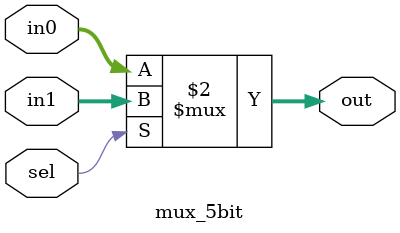
<source format=v>
module mux_5bit (in0, in1, sel, out);

input  [4:0] in0;
input  [4:0] in1;
input         sel;
output [4:0] out; 

assign out = (sel == 1'b0) ? in0 : in1;

endmodule

</source>
